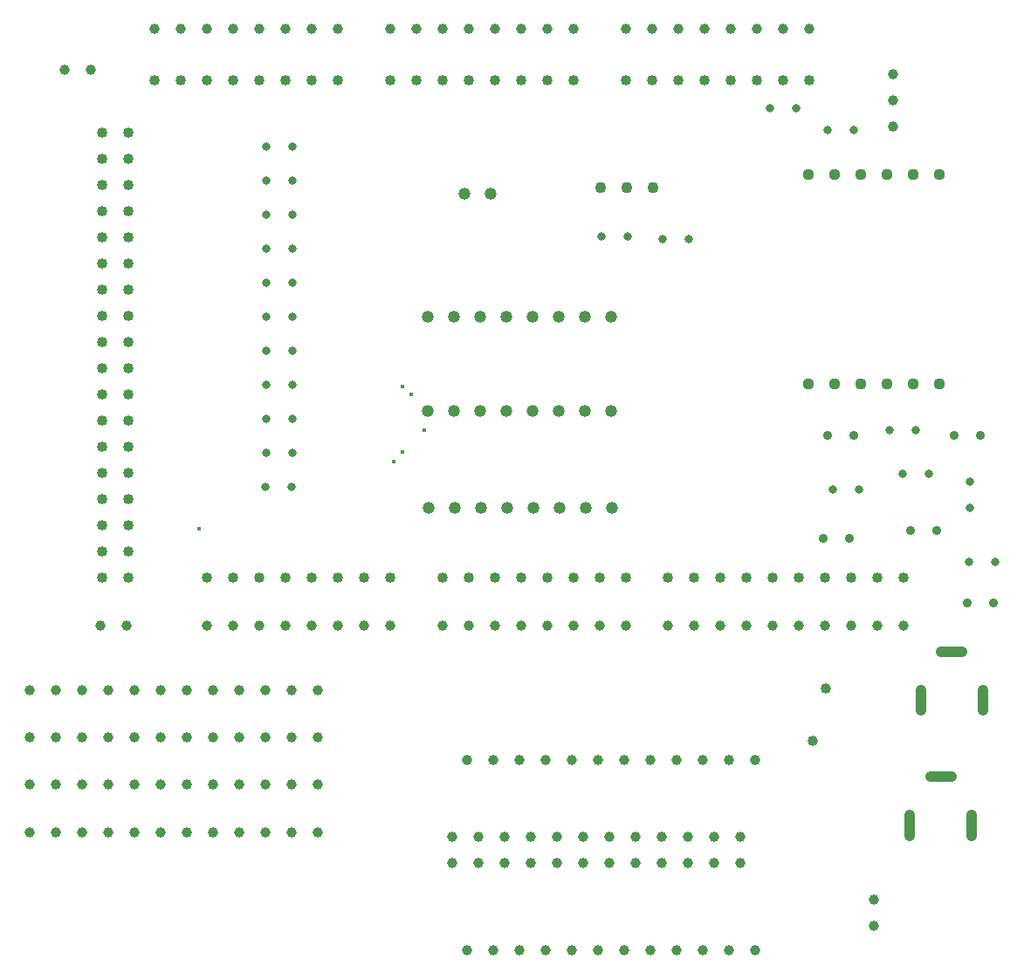
<source format=gbr>
%TF.GenerationSoftware,KiCad,Pcbnew,9.0.5*%
%TF.CreationDate,2025-12-14T12:46:48+10:00*%
%TF.ProjectId,Jet Ranger Upper Controller,4a657420-5261-46e6-9765-722055707065,rev?*%
%TF.SameCoordinates,Original*%
%TF.FileFunction,Plated,1,2,PTH,Mixed*%
%TF.FilePolarity,Positive*%
%FSLAX46Y46*%
G04 Gerber Fmt 4.6, Leading zero omitted, Abs format (unit mm)*
G04 Created by KiCad (PCBNEW 9.0.5) date 2025-12-14 12:46:48*
%MOMM*%
%LPD*%
G01*
G04 APERTURE LIST*
%TA.AperFunction,ViaDrill*%
%ADD10C,0.400000*%
%TD*%
%TA.AperFunction,ComponentDrill*%
%ADD11C,0.800000*%
%TD*%
%TA.AperFunction,ComponentDrill*%
%ADD12C,0.900000*%
%TD*%
%TA.AperFunction,ComponentDrill*%
%ADD13C,1.000000*%
%TD*%
G04 aperture for slot hole*
%TA.AperFunction,ComponentDrill*%
%ADD14C,1.000000*%
%TD*%
%TA.AperFunction,ComponentDrill*%
%ADD15C,1.010000*%
%TD*%
%TA.AperFunction,ComponentDrill*%
%ADD16C,1.016000*%
%TD*%
%TA.AperFunction,ComponentDrill*%
%ADD17C,1.100000*%
%TD*%
%TA.AperFunction,ComponentDrill*%
%ADD18C,1.110000*%
%TD*%
%TA.AperFunction,ComponentDrill*%
%ADD19C,1.190000*%
%TD*%
G04 APERTURE END LIST*
D10*
X50025700Y-89532100D03*
X68899500Y-83029200D03*
X69710900Y-75761800D03*
X69738800Y-82162300D03*
X70568200Y-76546500D03*
X71862000Y-80033300D03*
D11*
%TO.C,R3*%
X56416600Y-85491900D03*
%TO.C,R38*%
X56500000Y-52500000D03*
%TO.C,R37*%
X56500000Y-55799200D03*
%TO.C,R36*%
X56500000Y-59098400D03*
%TO.C,R35*%
X56500000Y-62397600D03*
%TO.C,R34*%
X56500000Y-65696800D03*
%TO.C,R30*%
X56500000Y-68996000D03*
%TO.C,R29*%
X56500000Y-72295100D03*
%TO.C,R6*%
X56500000Y-75594300D03*
%TO.C,R5*%
X56500000Y-78893500D03*
%TO.C,R4*%
X56500000Y-82192700D03*
%TO.C,R3*%
X58956600Y-85491900D03*
%TO.C,R38*%
X59040000Y-52500000D03*
%TO.C,R37*%
X59040000Y-55799200D03*
%TO.C,R36*%
X59040000Y-59098400D03*
%TO.C,R35*%
X59040000Y-62397600D03*
%TO.C,R34*%
X59040000Y-65696800D03*
%TO.C,R30*%
X59040000Y-68996000D03*
%TO.C,R29*%
X59040000Y-72295100D03*
%TO.C,R6*%
X59040000Y-75594300D03*
%TO.C,R5*%
X59040000Y-78893500D03*
%TO.C,R4*%
X59040000Y-82192700D03*
%TO.C,R21*%
X89037500Y-61212500D03*
X91577500Y-61212500D03*
%TO.C,R19*%
X94960000Y-61500000D03*
X97500000Y-61500000D03*
%TO.C,R11*%
X105350000Y-48750000D03*
X107890000Y-48750000D03*
%TO.C,R9*%
X110960000Y-50900000D03*
%TO.C,R1*%
X111455000Y-85750000D03*
%TO.C,R9*%
X113500000Y-50900000D03*
%TO.C,R1*%
X113995000Y-85750000D03*
%TO.C,R8*%
X117000000Y-80000000D03*
%TO.C,R7*%
X118250000Y-84250000D03*
%TO.C,R8*%
X119540000Y-80000000D03*
%TO.C,R7*%
X120790000Y-84250000D03*
%TO.C,R12*%
X124710000Y-92750000D03*
%TO.C,R2*%
X124750000Y-84960000D03*
X124750000Y-87500000D03*
%TO.C,R12*%
X127250000Y-92750000D03*
D12*
%TO.C,D1*%
X110500000Y-90500000D03*
%TO.C,D4*%
X111000000Y-80500000D03*
%TO.C,D1*%
X113040000Y-90500000D03*
%TO.C,D4*%
X113540000Y-80500000D03*
%TO.C,D2*%
X119000000Y-89750000D03*
X121540000Y-89750000D03*
%TO.C,D3*%
X123230000Y-80500000D03*
%TO.C,D8*%
X124500000Y-96750000D03*
%TO.C,D3*%
X125770000Y-80500000D03*
%TO.C,D8*%
X127040000Y-96750000D03*
D13*
%TO.C,J11*%
X33560000Y-105230000D03*
%TO.C,J10*%
X33560000Y-109820000D03*
%TO.C,J9*%
X33560000Y-114410000D03*
%TO.C,J8*%
X33560000Y-119000000D03*
%TO.C,J11*%
X36100000Y-105230000D03*
%TO.C,J10*%
X36100000Y-109820000D03*
%TO.C,J9*%
X36100000Y-114410000D03*
%TO.C,J8*%
X36100000Y-119000000D03*
%TO.C,J50*%
X37000000Y-45000000D03*
%TO.C,J11*%
X38640000Y-105230000D03*
%TO.C,J10*%
X38640000Y-109820000D03*
%TO.C,J9*%
X38640000Y-114410000D03*
%TO.C,J8*%
X38640000Y-119000000D03*
%TO.C,J50*%
X39540000Y-45000000D03*
%TO.C,J51*%
X40411400Y-98933000D03*
%TO.C,J11*%
X41180000Y-105230000D03*
%TO.C,J10*%
X41180000Y-109820000D03*
%TO.C,J9*%
X41180000Y-114410000D03*
%TO.C,J8*%
X41180000Y-119000000D03*
%TO.C,J51*%
X42951400Y-98933000D03*
%TO.C,J11*%
X43720000Y-105230000D03*
%TO.C,J10*%
X43720000Y-109820000D03*
%TO.C,J9*%
X43720000Y-114410000D03*
%TO.C,J8*%
X43720000Y-119000000D03*
%TO.C,J42*%
X45720000Y-41046400D03*
%TO.C,J11*%
X46260000Y-105230000D03*
%TO.C,J10*%
X46260000Y-109820000D03*
%TO.C,J9*%
X46260000Y-114410000D03*
%TO.C,J8*%
X46260000Y-119000000D03*
%TO.C,J42*%
X48260000Y-41046400D03*
%TO.C,J11*%
X48800000Y-105230000D03*
%TO.C,J10*%
X48800000Y-109820000D03*
%TO.C,J9*%
X48800000Y-114410000D03*
%TO.C,J8*%
X48800000Y-119000000D03*
%TO.C,J42*%
X50800000Y-41046400D03*
%TO.C,J43*%
X50800000Y-98958400D03*
%TO.C,J11*%
X51340000Y-105230000D03*
%TO.C,J10*%
X51340000Y-109820000D03*
%TO.C,J9*%
X51340000Y-114410000D03*
%TO.C,J8*%
X51340000Y-119000000D03*
%TO.C,J42*%
X53340000Y-41046400D03*
%TO.C,J43*%
X53340000Y-98958400D03*
%TO.C,J11*%
X53880000Y-105230000D03*
%TO.C,J10*%
X53880000Y-109820000D03*
%TO.C,J9*%
X53880000Y-114410000D03*
%TO.C,J8*%
X53880000Y-119000000D03*
%TO.C,J42*%
X55880000Y-41046400D03*
%TO.C,J43*%
X55880000Y-98958400D03*
%TO.C,J11*%
X56420000Y-105230000D03*
%TO.C,J10*%
X56420000Y-109820000D03*
%TO.C,J9*%
X56420000Y-114410000D03*
%TO.C,J8*%
X56420000Y-119000000D03*
%TO.C,J42*%
X58420000Y-41046400D03*
%TO.C,J43*%
X58420000Y-98958400D03*
%TO.C,J11*%
X58960000Y-105230000D03*
%TO.C,J10*%
X58960000Y-109820000D03*
%TO.C,J9*%
X58960000Y-114410000D03*
%TO.C,J8*%
X58960000Y-119000000D03*
%TO.C,J42*%
X60960000Y-41046400D03*
%TO.C,J43*%
X60960000Y-98958400D03*
%TO.C,J11*%
X61500000Y-105230000D03*
%TO.C,J10*%
X61500000Y-109820000D03*
%TO.C,J9*%
X61500000Y-114410000D03*
%TO.C,J8*%
X61500000Y-119000000D03*
%TO.C,J42*%
X63500000Y-41046400D03*
%TO.C,J43*%
X63500000Y-98958400D03*
X66040000Y-98958400D03*
%TO.C,J41*%
X68580000Y-41046400D03*
%TO.C,J43*%
X68580000Y-98958400D03*
%TO.C,J41*%
X71120000Y-41046400D03*
X73660000Y-41046400D03*
%TO.C,J44*%
X73660000Y-98958400D03*
%TO.C,J12*%
X74560000Y-119460000D03*
X74560000Y-122000000D03*
%TO.C,J14*%
X76000000Y-112000000D03*
%TO.C,J13*%
X76000000Y-130500000D03*
%TO.C,J41*%
X76200000Y-41046400D03*
%TO.C,J44*%
X76200000Y-98958400D03*
%TO.C,J12*%
X77100000Y-119460000D03*
X77100000Y-122000000D03*
%TO.C,J14*%
X78540000Y-112000000D03*
%TO.C,J13*%
X78540000Y-130500000D03*
%TO.C,J41*%
X78740000Y-41046400D03*
%TO.C,J44*%
X78740000Y-98958400D03*
%TO.C,J12*%
X79640000Y-119460000D03*
X79640000Y-122000000D03*
%TO.C,J14*%
X81080000Y-112000000D03*
%TO.C,J13*%
X81080000Y-130500000D03*
%TO.C,J41*%
X81280000Y-41046400D03*
%TO.C,J44*%
X81280000Y-98958400D03*
%TO.C,J12*%
X82180000Y-119460000D03*
X82180000Y-122000000D03*
%TO.C,J14*%
X83620000Y-112000000D03*
%TO.C,J13*%
X83620000Y-130500000D03*
%TO.C,J41*%
X83820000Y-41046400D03*
%TO.C,J44*%
X83820000Y-98958400D03*
%TO.C,J12*%
X84720000Y-119460000D03*
X84720000Y-122000000D03*
%TO.C,J14*%
X86160000Y-112000000D03*
%TO.C,J13*%
X86160000Y-130500000D03*
%TO.C,J41*%
X86360000Y-41046400D03*
%TO.C,J44*%
X86360000Y-98958400D03*
%TO.C,J12*%
X87260000Y-119460000D03*
X87260000Y-122000000D03*
%TO.C,J14*%
X88700000Y-112000000D03*
%TO.C,J13*%
X88700000Y-130500000D03*
%TO.C,J44*%
X88900000Y-98958400D03*
%TO.C,J12*%
X89800000Y-119460000D03*
X89800000Y-122000000D03*
%TO.C,J14*%
X91240000Y-112000000D03*
%TO.C,J13*%
X91240000Y-130500000D03*
%TO.C,J40*%
X91440000Y-41046400D03*
%TO.C,J44*%
X91440000Y-98958400D03*
%TO.C,J12*%
X92340000Y-119460000D03*
X92340000Y-122000000D03*
%TO.C,J14*%
X93780000Y-112000000D03*
%TO.C,J13*%
X93780000Y-130500000D03*
%TO.C,J40*%
X93980000Y-41046400D03*
%TO.C,J12*%
X94880000Y-119460000D03*
X94880000Y-122000000D03*
%TO.C,J45*%
X95504000Y-98958400D03*
%TO.C,J14*%
X96320000Y-112000000D03*
%TO.C,J13*%
X96320000Y-130500000D03*
%TO.C,J40*%
X96520000Y-41046400D03*
%TO.C,J12*%
X97420000Y-119460000D03*
X97420000Y-122000000D03*
%TO.C,J45*%
X98044000Y-98958400D03*
%TO.C,J14*%
X98860000Y-112000000D03*
%TO.C,J13*%
X98860000Y-130500000D03*
%TO.C,J40*%
X99060000Y-41046400D03*
%TO.C,J12*%
X99960000Y-119460000D03*
X99960000Y-122000000D03*
%TO.C,J45*%
X100584000Y-98958400D03*
%TO.C,J14*%
X101400000Y-112000000D03*
%TO.C,J13*%
X101400000Y-130500000D03*
%TO.C,J40*%
X101600000Y-41046400D03*
%TO.C,J12*%
X102500000Y-119460000D03*
X102500000Y-122000000D03*
%TO.C,J45*%
X103124000Y-98958400D03*
%TO.C,J14*%
X103940000Y-112000000D03*
%TO.C,J13*%
X103940000Y-130500000D03*
%TO.C,J40*%
X104140000Y-41046400D03*
%TO.C,J45*%
X105664000Y-98958400D03*
%TO.C,J40*%
X106680000Y-41046400D03*
%TO.C,J45*%
X108204000Y-98958400D03*
%TO.C,J40*%
X109220000Y-41046400D03*
%TO.C,J45*%
X110744000Y-98958400D03*
X113284000Y-98958400D03*
%TO.C,J15*%
X115450000Y-125560000D03*
X115450000Y-128100000D03*
%TO.C,J45*%
X115824000Y-98958400D03*
%TO.C,J2*%
X117298000Y-45470000D03*
X117298000Y-48010000D03*
X117298000Y-50550000D03*
%TO.C,J45*%
X118364000Y-98958400D03*
D14*
%TO.C,J4*%
X118949000Y-117350000D02*
X118949000Y-119350000D01*
%TO.C,J7*%
X120000000Y-105207500D02*
X120000000Y-107207500D01*
%TO.C,J4*%
X120949000Y-113650000D02*
X122949000Y-113650000D01*
%TO.C,J7*%
X122000000Y-101507500D02*
X124000000Y-101507500D01*
%TO.C,J4*%
X124949000Y-117350000D02*
X124949000Y-119350000D01*
%TO.C,J7*%
X126000000Y-105207500D02*
X126000000Y-107207500D01*
D15*
%TO.C,F1*%
X109550000Y-110150000D03*
X110750000Y-105050000D03*
D16*
%TO.C,A1*%
X40625000Y-51119300D03*
X40625000Y-53659300D03*
X40625000Y-56199300D03*
X40625000Y-58739300D03*
X40625000Y-61279300D03*
X40625000Y-63819300D03*
X40625000Y-66359300D03*
X40625000Y-68899300D03*
X40625000Y-71439300D03*
X40625000Y-73979300D03*
X40625000Y-76519300D03*
X40625000Y-79059300D03*
X40625000Y-81599300D03*
X40625000Y-84139300D03*
X40625000Y-86679300D03*
X40625000Y-89219300D03*
X40625000Y-91759300D03*
X40625000Y-94299300D03*
X43165000Y-51119300D03*
X43165000Y-53659300D03*
X43165000Y-56199300D03*
X43165000Y-58739300D03*
X43165000Y-61279300D03*
X43165000Y-63819300D03*
X43165000Y-66359300D03*
X43165000Y-68899300D03*
X43165000Y-71439300D03*
X43165000Y-73979300D03*
X43165000Y-76519300D03*
X43165000Y-79059300D03*
X43165000Y-81599300D03*
X43165000Y-84139300D03*
X43165000Y-86679300D03*
X43165000Y-89219300D03*
X43165000Y-91759300D03*
X43165000Y-94299300D03*
X45705000Y-46039300D03*
X48245000Y-46039300D03*
X50785000Y-46039300D03*
X50785000Y-94299300D03*
X53325000Y-46039300D03*
X53325000Y-94299300D03*
X55865000Y-46039300D03*
X55865000Y-94299300D03*
X58405000Y-46039300D03*
X58405000Y-94299300D03*
X60945000Y-46039300D03*
X60945000Y-94299300D03*
X63485000Y-46039300D03*
X63485000Y-94299300D03*
X66025000Y-94299300D03*
X68565000Y-46039300D03*
X68565000Y-94299300D03*
X71105000Y-46039300D03*
X73645000Y-46039300D03*
X73645000Y-94299300D03*
X76185000Y-46039300D03*
X76185000Y-94299300D03*
X78725000Y-46039300D03*
X78725000Y-94299300D03*
X81265000Y-46039300D03*
X81265000Y-94299300D03*
X83805000Y-46039300D03*
X83805000Y-94299300D03*
X86345000Y-46039300D03*
X86345000Y-94299300D03*
X88885000Y-94299300D03*
X91425000Y-46039300D03*
X91425000Y-94299300D03*
X93965000Y-46039300D03*
X95489000Y-94299300D03*
X96505000Y-46039300D03*
X98029000Y-94299300D03*
X99045000Y-46039300D03*
X100569000Y-94299300D03*
X101585000Y-46039300D03*
X103109000Y-94299300D03*
X104125000Y-46039300D03*
X105649000Y-94299300D03*
X106665000Y-46039300D03*
X108189000Y-94299300D03*
X109205000Y-46039300D03*
X110729000Y-94299300D03*
X113269000Y-94299300D03*
X115809000Y-94299300D03*
X118349000Y-94299300D03*
D17*
%TO.C,Q5*%
X88920000Y-56500000D03*
X91460000Y-56500000D03*
X94000000Y-56500000D03*
D18*
%TO.C,U1*%
X109109000Y-55183300D03*
X109109000Y-75503300D03*
X111649000Y-55183300D03*
X111649000Y-75503300D03*
X114189000Y-55183300D03*
X114189000Y-75503300D03*
X116729000Y-55183300D03*
X116729000Y-75503300D03*
X119269000Y-55183300D03*
X119269000Y-75503300D03*
X121809000Y-55183300D03*
X121809000Y-75503300D03*
D19*
%TO.C,J6*%
X72153300Y-69041200D03*
%TO.C,J1*%
X72220000Y-78150000D03*
%TO.C,J3*%
X72260000Y-87500000D03*
%TO.C,J6*%
X74693300Y-69041200D03*
%TO.C,J1*%
X74760000Y-78150000D03*
%TO.C,J3*%
X74800000Y-87500000D03*
%TO.C,J5*%
X75725000Y-57020000D03*
%TO.C,J6*%
X77233300Y-69041200D03*
%TO.C,J1*%
X77300000Y-78150000D03*
%TO.C,J3*%
X77340000Y-87500000D03*
%TO.C,J5*%
X78265000Y-57020000D03*
%TO.C,J6*%
X79773300Y-69041200D03*
%TO.C,J1*%
X79840000Y-78150000D03*
%TO.C,J3*%
X79880000Y-87500000D03*
%TO.C,J6*%
X82313300Y-69041200D03*
%TO.C,J1*%
X82380000Y-78150000D03*
%TO.C,J3*%
X82420000Y-87500000D03*
%TO.C,J6*%
X84853300Y-69041200D03*
%TO.C,J1*%
X84920000Y-78150000D03*
%TO.C,J3*%
X84960000Y-87500000D03*
%TO.C,J6*%
X87393300Y-69041200D03*
%TO.C,J1*%
X87460000Y-78150000D03*
%TO.C,J3*%
X87500000Y-87500000D03*
%TO.C,J6*%
X89933300Y-69041200D03*
%TO.C,J1*%
X90000000Y-78150000D03*
%TO.C,J3*%
X90040000Y-87500000D03*
M02*

</source>
